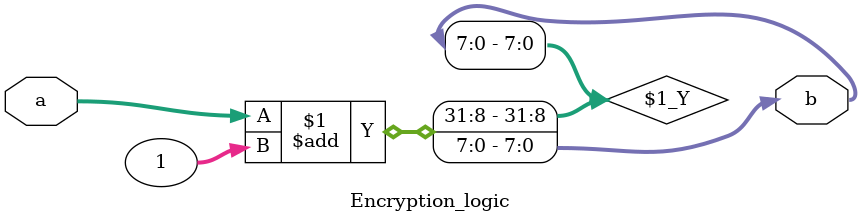
<source format=v>
`timescale 1ns / 1ps


module Encryption_logic(
    input [7:0] a,
    output [7:0] b
    );
    
    assign b = a + 1;
endmodule

</source>
